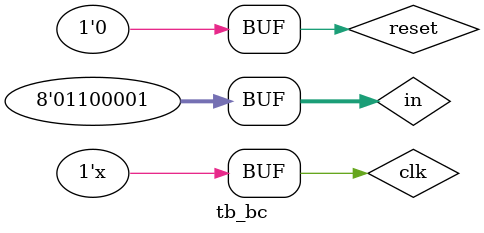
<source format=v>
`timescale 1ns / 1ps


module tb_bc;

    // Inputs
    reg         clk;
    reg         reset;
    reg  [ 7:0] in;

    // Outputs
    wire        result;
    wire [63:0] word;

    // Instantiate the Unit Under Test (UUT)
    BlockChecker uut (
        .clk   (clk),
        .reset (reset),
        .in    (in),
        .result(result),
        .word  (word)
    );

    initial begin
        // Initialize Inputs
        clk   = 0;
        reset = 1;
        in    = 0;

        #1;
        reset = 0;
        // Add stimulus here
        #4;
        in = "h";
        #10;
        in = "i";
        #10;
        in = " ";
        #10;
        in = "b";
        #10;
        in = "e";
        #10;
        in = "g";
        #10;
        in = "i";
        #10;
        in = "n";
        #10;
        in = "a";
    end

    always #5 clk = ~clk;
endmodule


</source>
